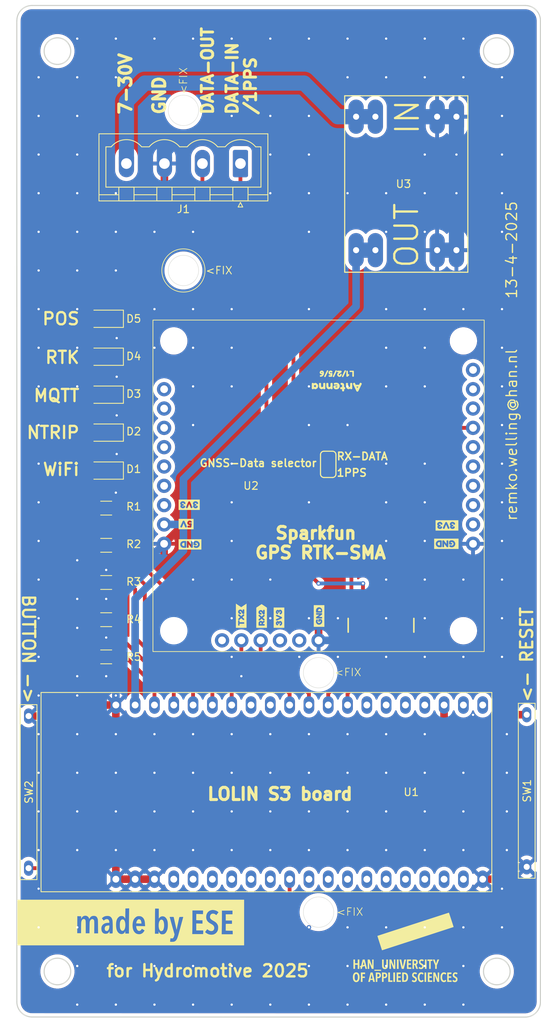
<source format=kicad_pcb>
(kicad_pcb (version 20241229) (generator "pcbnew") (generator_version "9.0")
  (layers (0 "F.Cu" signal) (2 "B.Cu" signal) (13 "F.Paste" user) (15 "B.Paste" user) (5 "F.SilkS" user "F.Silkscreen") (7 "B.SilkS" user "B.Silkscreen") (1 "F.Mask" user) (3 "B.Mask" user) (25 "Edge.Cuts" user))
  (net 0 "")
  (net 3 "/GND")
  (net 5 "Net-(D1-A)")
  (net 9 "Net-(D2-A)")
  (net 10 "Net-(D3-A)")
  (net 11 "Net-(D4-A)")
  (net 14 "Net-(D5-A)")
  (net 18 "/ACQ_TX")
  (net 20 "/5V")
  (net 21 "/7-24V")
  (net 22 "Net-(J1-Pin_1)")
  (net 25 "/LED_WIFI")
  (net 33 "/LED_NTRIP")
  (net 35 "/LED_MQTT")
  (net 45 "/NTRIP_PACKET_LED")
  (net 50 "/MQTT_PACKET_LED")
  (net 53 "/RESET")
  (net 58 "/IO0")
  (net 59 "/GNSS_RTK_TX")
  (net 60 "/ACQ_RX")
  (net 61 "/GNSS_RTK_RX")
  (net 62 "/1PPS")
  (footprint "my-KiCad-library:SparkFun_GNSS_LG290P" (layer "F.Cu") (at 119.38 98.3416 90)
    (property "Reference" "U2")
    (property "Value" "~")
  )
  (footprint "LED_SMD:LED_1206_3216Metric" (layer "F.Cu") (at 90.15 87.447778 180)
    (property "Reference" "D3")
    (property "Value" "GREEN")
  )
  (footprint "my-KiCad-library:BUCK-30V-5V" (layer "F.Cu") (at 129.7686 59.4508 -90)
    (property "Reference" "U3")
    (property "Value" "BUCK-30V-5V")
  )
  (footprint "LED_SMD:LED_1206_3216Metric" (layer "F.Cu") (at 90.15 97.425556 180)
    (property "Reference" "D1")
    (property "Value" "GREEN")
  )
  (footprint "Connector_Phoenix_MSTB:PhoenixContact_MSTBVA_2,5_4-G_1x04_P5.00mm_Vertical" (layer "F.Cu") (at 107.83 57.0625 180)
    (property "Reference" "J1")
    (property "Value" "Screw_Terminal_01x04")
  )
  (footprint "Resistor_SMD:R_1206_3216Metric" (layer "F.Cu") (at 90.17 107.253333)
    (property "Reference" "R2")
    (property "Value" "1K")
  )
  (footprint "Resistor_SMD:R_1206_3216Metric" (layer "F.Cu") (at 90.17 112.142222)
    (property "Reference" "R3")
    (property "Value" "1K")
  )
  (footprint "LED_SMD:LED_1206_3216Metric" (layer "F.Cu") (at 90.15 82.458889 180)
    (property "Reference" "D4")
    (property "Value" "YELLOW")
  )
  (footprint "Resistor_SMD:R_1206_3216Metric" (layer "F.Cu") (at 90.17 117.031111)
    (property "Reference" "R4")
    (property "Value" "1K")
  )
  (footprint "LED_SMD:LED_1206_3216Metric" (layer "F.Cu") (at 90.15 92.436667 180)
    (property "Reference" "D2")
    (property "Value" "GREEN")
  )
  (footprint "my-KiCad-library:Wemos_S3_ESP32-S3" (layer "F.Cu") (at 115.57 139.7 180)
    (property "Reference" "U1")
    (property "Value" "Wemos_S3_ESP32-S3")
  )
  (footprint "my-KiCad-library:HAN_logo_14x19p4" (layer "F.Cu") (at 129.54 160.02)
    (property "Reference" "G***" (hide yes))
    (property "Value" "LOGO" (hide yes))
  )
  (footprint "SparkFun-Jumper:Jumper_3_NC-1_Trace" (layer "F.Cu") (at 119.38 96.609 -90)
    (property "Reference" "JP1")
    (property "Value" "~")
  )
  (footprint "my-KiCad-library:SW_SPST_REED_20mm" (layer "F.Cu") (at 79.9592 139.7 90)
    (property "Reference" "SW2")
    (property "Value" "BUTTON")
  )
  (footprint "my-KiCad-library:SW_SPST_REED_20mm" (layer "F.Cu") (at 145.4912 139.5244 -90)
    (property "Reference" "SW1")
    (property "Value" "RESET")
  )
  (footprint "my-KiCad-library:MadeByESE_30x6" (layer "F.Cu") (at 93.345 156.845)
    (property "Reference" "G***" (hide yes))
    (property "Value" "LOGO" (hide yes))
  )
  (footprint "Resistor_SMD:R_1206_3216Metric" (layer "F.Cu") (at 90.17 121.92)
    (property "Reference" "R5")
    (property "Value" "1K")
  )
  (footprint "LED_SMD:LED_1206_3216Metric" (layer "F.Cu") (at 90.15 77.47 180)
    (property "Reference" "D5")
    (property "Value" "YELLOW")
  )
  (footprint "Resistor_SMD:R_1206_3216Metric" (layer "F.Cu") (at 90.17 102.364444)
    (property "Reference" "R1")
    (property "Value" "1K")
  )
  (gr_circle (center 100.33 71.12) (end 102.87 72.39) (stroke (width 0.1)) (fill no) (layer "F.SilkS"))
  (gr_arc (start 147.296706 167.280406) (mid 146.710906 168.69463) (end 145.296672 169.280406) (stroke (width 0.15)) (layer "Edge.Cuts"))
  (gr_arc (start 80.4164 169.2656) (mid 79.002186 168.679814) (end 78.4164 167.2656) (stroke (width 0.15)) (layer "Edge.Cuts"))
  (gr_circle (center 100.33 50.07) (end 102.33 50.07) (stroke (width 0.05)) (fill no) (layer "Edge.Cuts"))
  (gr_circle (center 118.11 124) (end 120.11 124) (stroke (width 0.05)) (fill no) (layer "Edge.Cuts"))
  (gr_line (start 147.296672 167.280406) (end 147.296672 38.280406) (stroke (width 0.15)) (layer "Edge.Cuts"))
  (gr_circle (center 100.33 71.12) (end 102.33 71.12) (stroke (width 0.05)) (fill no) (layer "Edge.Cuts"))
  (gr_circle (center 141.557 42.280406) (end 143.307 42.280406) (stroke (width 0.15)) (fill no) (layer "Edge.Cuts"))
  (gr_arc (start 78.419044 38.293697) (mid 79.000735 36.864732) (end 80.428624 36.280406) (stroke (width 0.15)) (layer "Edge.Cuts"))
  (gr_arc (start 145.296672 36.280406) (mid 146.710886 36.866192) (end 147.296672 38.280406) (stroke (width 0.15)) (layer "Edge.Cuts"))
  (gr_line (start 80.428624 36.280406) (end 145.288 36.280406) (stroke (width 0.15)) (layer "Edge.Cuts"))
  (gr_circle (center 141.557 163.280406) (end 143.307 163.280406) (stroke (width 0.15)) (fill no) (layer "Edge.Cuts"))
  (gr_line (start 80.4164 169.2656) (end 145.2967 169.280406) (stroke (width 0.15)) (layer "Edge.Cuts"))
  (gr_circle (center 83.757 163.280406) (end 85.507 163.280406) (stroke (width 0.15)) (fill no) (layer "Edge.Cuts"))
  (gr_line (start 78.4098 38.2938) (end 78.4164 167.2656) (stroke (width 0.15)) (layer "Edge.Cuts"))
  (gr_circle (center 118.11 155.48) (end 120.11 155.48) (stroke (width 0.05)) (fill no) (layer "Edge.Cuts"))
  (gr_circle (center 83.757 42.280406) (end 85.507 42.280406) (stroke (width 0.15)) (fill no) (layer "Edge.Cuts"))
  (gr_text "RTK" (at 86.8065 82.55 0) (layer "F.SilkS") (effects (font (size 1.6 1.6) (thickness 0.3) (bold yes)) (justify right)))
  (gr_text "<- RESET" (at 145.491201 128.0244 90) (layer "F.SilkS") (effects (font (size 1.6 1.6) (thickness 0.3) (bold yes)) (justify left)))
  (gr_text "7-30V" (at 92.71 50.8 90) (layer "F.SilkS") (effects (font (size 1.6 1.6) (thickness 0.4) (bold yes)) (justify left)))
  (gr_text "RX-DATA" (at 120.396 96.139 0) (layer "F.SilkS") (effects (font (size 1 1) (thickness 0.2) (bold yes)) (justify left bottom)))
  (gr_text "POS" (at 86.8065 77.47 0) (layer "F.SilkS") (effects (font (size 1.6 1.6) (thickness 0.3) (bold yes)) (justify right)))
  (gr_text "<FIX" (at 100.33 48.006 90) (layer "F.SilkS") (effects (font (size 1 1) (thickness 0.1)) (justify left)))
  (gr_text "13-4-2025" (at 143.51 74.93 90) (layer "F.SilkS") (effects (font (size 1.4 1.4) (thickness 0.175)) (justify left)))
  (gr_text "GNSS-Data selector" (at 102.362 97.028 0) (layer "F.SilkS") (effects (font (size 1 1) (thickness 0.2) (bold yes)) (justify left bottom)))
  (gr_text "<FIX" (at 103.169806 71.12 0) (layer "F.SilkS") (effects (font (size 1 1) (thickness 0.125)) (justify left)))
  (gr_text "<FIX" (at 120.142 123.952 0) (layer "F.SilkS") (effects (font (size 1 1) (thickness 0.1)) (justify left)))
  (gr_text "LOLIN S3 board" (at 113.03 139.954 0) (layer "F.SilkS") (effects (font (size 1.6 1.6) (thickness 0.4) (bold yes))))
  (gr_text "Sparkfun \nGPS RTK-SMA\n" (at 118.364 106.934 0) (layer "F.SilkS") (effects (font (size 1.6 1.6) (thickness 0.4) (bold yes))))
  (gr_text "<FIX" (at 120.396 155.448 0) (layer "F.SilkS") (effects (font (size 1 1) (thickness 0.1)) (justify left)))
  (gr_text "NTRIP" (at 86.8065 92.42425 0) (layer "F.SilkS") (effects (font (size 1.6 1.6) (thickness 0.3) (bold yes)) (justify right)))
  (gr_text "BUTTON ->" (at 79.959201 128.2 270) (layer "F.SilkS") (effects (font (size 1.6 1.6) (thickness 0.3) (bold yes)) (justify right)))
  (gr_text "remko.welling@han.nl" (at 143.51 104.14 90) (layer "F.SilkS") (effects (font (size 1.4 1.4) (thickness 0.175)) (justify left)))
  (gr_text "GND" (at 97.155 50.8 90) (layer "F.SilkS") (effects (font (size 1.6 1.6) (thickness 0.4) (bold yes)) (justify left)))
  (gr_text "MQTT" (at 86.8065 87.5665 0) (layer "F.SilkS") (effects (font (size 1.6 1.6) (thickness 0.3) (bold yes)) (justify right)))
  (gr_text "WiFi" (at 86.8065 97.282 0) (layer "F.SilkS") (effects (font (size 1.6 1.6) (thickness 0.3) (bold yes)) (justify right)))
  (gr_text "1PPS" (at 120.396 98.298 0) (layer "F.SilkS") (effects (font (size 1 1) (thickness 0.2) (bold yes)) (justify left bottom)))
  (gr_text "for Hydromotive 2025" (at 103.505 163.195 0) (layer "F.SilkS") (effects (font (size 1.6 1.6) (thickness 0.32) (bold yes))))
  (gr_text "DATA-IN\n/1PPS" (at 107.95 50.8 90) (layer "F.SilkS") (effects (font (size 1.5 1.5) (thickness 0.375) (bold yes)) (justify left)))
  (gr_text "DATA-OUT" (at 103.505 50.8 90) (layer "F.SilkS") (effects (font (size 1.5 1.5) (thickness 0.375) (bold yes)) (justify left)))
  (segment (start 106.68 86.36) (end 106.68 96.52) (width 1) (layer "F.Cu") (net 3))
  (segment (start 93.98 151.15) (end 96.52 151.15) (width 1) (layer "F.Cu") (net 3))
  (segment (start 91.55 77.47) (end 91.55 80.01) (width 0.5) (layer "F.Cu") (net 3))
  (segment (start 95.25 98.806) (end 95.25 106.045) (width 0.5) (layer "F.Cu") (net 3))
  (segment (start 91.44 142.24) (end 91.44 137.16) (width 1) (layer "F.Cu") (net 3))
  (segment (start 91.55 87.447778) (end 91.55 90.17) (width 0.5) (layer "F.Cu") (net 3))
  (segment (start 91.55 90.17) (end 91.55 92.436667) (width 0.5) (layer "F.Cu") (net 3))
  (segment (start 118.11 119.7506) (end 118.11 115.57) (width 1) (layer "F.Cu") (net 3))
  (segment (start 97.79 109.22) (end 97.79 107.0506) (width 1) (layer "F.Cu") (net 3))
  (segment (start 139.7 151.15) (end 141.8844 151.15) (width 1) (layer "F.Cu") (net 3))
  (segment (start 97.83 61) (end 106.68 69.85) (width 1) (layer "F.Cu") (net 3))
  (segment (start 85.438 129.7) (end 79.9592 129.7) (width 1) (layer "F.Cu") (net 3))
  (segment (start 91.44 128.25) (end 86.888 128.25) (width 1) (layer "F.Cu") (net 3))
  (segment (start 106.68 81.28) (end 106.68 86.36) (width 1) (layer "F.Cu") (net 3))
  (segment (start 91.55 80.01) (end 91.55 82.458889) (width 0.5) (layer "F.Cu") (net 3))
  (segment (start 91.44 137.16) (end 91.44 132.08) (width 1) (layer "F.Cu") (net 3))
  (segment (start 106.68 96.52) (end 106.68 98.1606) (width 1) (layer "F.Cu") (net 3))
  (segment (start 118.11 115.57) (end 116.84 114.3) (width 1) (layer "F.Cu") (net 3))
  (segment (start 143.51 149.5244) (end 145.4912 149.5244) (width 1) (layer "F.Cu") (net 3))
  (segment (start 116.84 114.3) (end 102.87 114.3) (width 1) (layer "F.Cu") (net 3))
  (segment (start 91.44 147.32) (end 91.44 142.24) (width 1) (layer "F.Cu") (net 3))
  (segment (start 141.8844 151.15) (end 143.51 149.5244) (width 1) (layer "F.Cu") (net 3))
  (segment (start 91.55 97.425556) (end 93.869556 97.425556) (width 0.5) (layer "F.Cu") (net 3))
  (segment (start 91.55 85.09) (end 91.55 87.447778) (width 0.5) (layer "F.Cu") (net 3))
  (segment (start 102.87 114.3) (end 97.79 109.22) (width 1) (layer "F.Cu") (net 3))
  (segment (start 106.68 76.2) (end 106.68 81.28) (width 1) (layer "F.Cu") (net 3))
  (segment (start 86.888 128.25) (end 85.438 129.7) (width 1) (layer "F.Cu") (net 3))
  (segment (start 91.44 151.15) (end 91.44 147.32) (width 1) (layer "F.Cu") (net 3))
  (segment (start 91.44 151.15) (end 93.98 151.15) (width 1) (layer "F.Cu") (net 3))
  (segment (start 91.55 97.425556) (end 91.55 95.25) (width 0.5) (layer "F.Cu") (net 3))
  (segment (start 91.55 95.25) (end 91.55 92.436667) (width 0.5) (layer "F.Cu") (net 3))
  (segment (start 97.83 57.0625) (end 97.83 61) (width 1) (layer "F.Cu") (net 3))
  (segment (start 96.2556 107.0506) (end 97.79 107.0506) (width 0.5) (layer "F.Cu") (net 3))
  (segment (start 95.25 106.045) (end 96.2556 107.0506) (width 0.5) (layer "F.Cu") (net 3))
  (segment (start 91.44 132.08) (end 91.44 128.25) (width 1) (layer "F.Cu") (net 3))
  (segment (start 106.68 98.1606) (end 97.79 107.0506) (width 1) (layer "F.Cu") (net 3))
  (segment (start 93.869556 97.425556) (end 95.25 98.806) (width 0.5) (layer "F.Cu") (net 3))
  (segment (start 106.68 69.85) (end 106.68 76.2) (width 1) (layer "F.Cu") (net 3))
  (segment (start 91.55 82.458889) (end 91.55 85.09) (width 0.5) (layer "F.Cu") (net 3))
  (via (at 101.6 86.36) (size 0.6) (drill 0.3) (layers "F.Cu" "B.Cu") (net 3))
  (via (at 86.36 137.16) (size 0.6) (drill 0.3) (layers "F.Cu" "B.Cu") (net 3))
  (via (at 106.68 116.84) (size 0.6) (drill 0.3) (layers "F.Cu" "B.Cu") (net 3))
  (via (at 106.68 121.92) (size 0.6) (drill 0.3) (layers "F.Cu" "B.Cu") (net 3))
  (via (at 127 121.92) (size 0.6) (drill 0.3) (layers "F.Cu" "B.Cu") (net 3))
  (via (at 86.36 118.11) (size 0.6) (drill 0.3) (layers "F.Cu" "B.Cu") (net 3))
  (via (at 81.28 76.2) (size 0.6) (drill 0.3) (layers "F.Cu" "B.Cu") (net 3))
  (via (at 90.17 114.3) (size 0.6) (drill 0.3) (layers "F.Cu" "B.Cu") (net 3))
  (via (at 90.17 119.38) (size 0.6) (drill 0.3) (layers "F.Cu" "B.Cu") (net 3))
  (via (at 86.36 55.88) (size 0.6) (drill 0.3) (layers "F.Cu" "B.Cu") (net 3))
  (via (at 106.68 96.52) (size 0.6) (drill 0.3) (layers "F.Cu" "B.Cu") (net 3))
  (via (at 106.68 132.08) (size 0.6) (drill 0.3) (layers "F.Cu" "B.Cu") (net 3))
  (via (at 127 101.6) (size 0.6) (drill 0.3) (layers "F.Cu" "B.Cu") (net 3))
  (via (at 81.28 81.28) (size 0.6) (drill 0.3) (layers "F.Cu" "B.Cu") (net 3))
  (via (at 137.16 157.48) (size 0.6) (drill 0.3) (layers "F.Cu" "B.Cu") (net 3))
  (via (at 81.28 152.4) (size 0.6) (drill 0.3) (layers "F.Cu" "B.Cu") (net 3))
  (via (at 86.36 147.32) (size 0.6) (drill 0.3) (layers "F.Cu" "B.Cu") (net 3))
  (via (at 127 106.68) (size 0.6) (drill 0.3) (layers "F.Cu" "B.Cu") (net 3))
  (via (at 96.52 167.64) (size 0.6) (drill 0.3) (layers "F.Cu" "B.Cu") (net 3))
  (via (at 111.76 60.96) (size 0.6) (drill 0.3) (layers "F.Cu" "B.Cu") (net 3))
  (via (at 116.84 137.16) (size 0.6) (drill 0.3) (layers "F.Cu" "B.Cu") (net 3))
  (via (at 81.28 132.08) (size 0.6) (drill 0.3) (layers "F.Cu" "B.Cu") (net 3))
  (via (at 116.84 162.56) (size 0.6) (drill 0.3) (layers "F.Cu" "B.Cu") (net 3))
  (via (at 106.68 111.76) (size 0.6) (drill 0.3) (layers "F.Cu" "B.Cu") (net 3))
  (via (at 116.84 91.44) (size 0.6) (drill 0.3) (layers "F.Cu" "B.Cu") (net 3))
  (via (at 132.08 76.2) (size 0.6) (drill 0.3) (layers "F.Cu" "B.Cu") (net 3))
  (via (at 86.36 81.28) (size 0.6) (drill 0.3) (layers "F.Cu" "B.Cu") (net 3))
  (via (at 121.92 167.64) (size 0.6) (drill 0.3) (layers "F.Cu" "B.Cu") (net 3))
  (via (at 137.16 40.64) (size 0.6) (drill 0.3) (layers "F.Cu" "B.Cu") (net 3))
  (via (at 91.44 142.24) (size 0.6) (drill 0.3) (layers "F.Cu" "B.Cu") (net 3))
  (via (at 132.08 147.32) (size 0.6) (drill 0.3) (layers "F.Cu" "B.Cu") (net 3))
  (via (at 101.6 40.64) (size 0.6) (drill 0.3) (layers "F.Cu" "B.Cu") (net 3))
  (via (at 81.28 96.52) (size 0.6) (drill 0.3) (layers "F.Cu" "B.Cu") (net 3))
  (via (at 106.68 86.36) (size 0.6) (drill 0.3) (layers "F.Cu" "B.Cu") (net 3))
  (via (at 86.36 109.22) (size 0.6) (drill 0.3) (layers "F.Cu" "B.Cu") (net 3))
  (via (at 86.36 71.12) (size 0.6) (drill 0.3) (layers "F.Cu" "B.Cu") (net 3))
  (via (at 111.76 147.32) (size 0.6) (drill 0.3) (layers "F.Cu" "B.Cu") (net 3))
  (via (at 120.65 116.84) (size 0.6) (drill 0.3) (layers "F.Cu" "B.Cu") (net 3))
  (via (at 91.44 71.12) (size 0.6) (drill 0.3) (layers "F.Cu" "B.Cu") (net 3))
  (via (at 137.16 142.24) (size 0.6) (drill 0.3) (layers "F.Cu" "B.Cu") (net 3))
  (via (at 132.08 40.64) (size 0.6) (drill 0.3) (layers "F.Cu" "B.Cu") (net 3))
  (via (at 101.6 147.32) (size 0.6) (drill 0.3) (layers "F.Cu" "B.Cu") (net 3))
  (via (at 86.36 114.3) (size 0.6) (drill 0.3) (layers "F.Cu" "B.Cu") (net 3))
  (via (at 142.24 121.92) (size 0.6) (drill 0.3) (layers "F.Cu" "B.Cu") (net 3))
  (via (at 111.76 162.56) (size 0.6) (drill 0.3) (layers "F.Cu" "B.Cu") (net 3))
  (via (at 116.84 86.36) (size 0.6) (drill 0.3) (layers "F.Cu" "B.Cu") (net 3))
  (via (at 121.92 142.24) (size 0.6) (drill 0.3) (layers "F.Cu" "B.Cu") (net 3))
  (via (at 116.84 50.8) (size 0.6) (drill 0.3) (layers "F.Cu" "B.Cu") (net 3))
  (via (at 127 142.24) (size 0.6) (drill 0.3) (layers "F.Cu" "B.Cu") (net 3))
  (via (at 132.08 162.56) (size 0.6) (drill 0.3) (layers "F.Cu" "B.Cu") (net 3))
  (via (at 121.92 45.72) (size 0.6) (drill 0.3) (layers "F.Cu" "B.Cu") (net 3))
  (via (at 111.76 142.24) (size 0.6) (drill 0.3) (layers "F.Cu" "B.Cu") (net 3))
  (via (at 132.08 101.6) (size 0.6) (drill 0.3) (layers "F.Cu" "B.Cu") (net 3))
  (via (at 111.76 111.76) (size 0.6) (drill 0.3) (layers "F.Cu" "B.Cu") (net 3))
  (via (at 81.28 147.32) (size 0.6) (drill 0.3) (layers "F.Cu" "B.Cu") (net 3))
  (via (at 136.2456 55.88) (size 0.6) (drill 0.3) (layers "F.Cu" "B.Cu") (net 3))
  (via (at 91.44 45.72) (size 0.6) (drill 0.3) (layers "F.Cu" "B.Cu") (net 3))
  (via (at 91.44 127) (size 0.6) (drill 0.3) (layers "F.Cu" "B.Cu") (net 3))
  (via (at 111.76 50.8) (size 0.6) (drill 0.3) (layers "F.Cu" "B.Cu") (net 3))
  (via (at 111.76 137.16) (size 0.6) (drill 0.3) (layers "F.Cu" "B.Cu") (net 3))
  (via (at 96.52 132.08) (size 0.6) (drill 0.3) (layers "F.Cu" "B.Cu") (net 3))
  (via (at 137.16 121.92) (size 0.6) (drill 0.3) (layers "F.Cu" "B.Cu") (net 3))
  (via (at 116.84 116.84) (size 0.6) (drill 0.3) (layers "F.Cu" "B.Cu") (net 3))
  (via (at 116.84 142.24) (size 0.6) (drill 0.3) (layers "F.Cu" "B.Cu") (net 3))
  (via (at 86.36 76.2) (size 0.6) (drill 0.3) (layers "F.Cu" "B.Cu") (net 3))
  (via (at 96.52 137.16) (size 0.6) (drill 0.3) (layers "F.Cu" "B.Cu") (net 3))
  (via (at 142.24 50.8) (size 0.6) (drill 0.3) (layers "F.Cu" "B.Cu") (net 3))
  (via (at 121.92 162.56) (size 0.6) (drill 0.3) (layers "F.Cu" "B.Cu") (net 3))
  (via (at 106.68 142.24) (size 0.6) (drill 0.3) (layers "F.Cu" "B.Cu") (net 3))
  (via (at 120.65 121.92) (size 0.6) (drill 0.3) (layers "F.Cu" "B.Cu") (net 3))
  (via (at 121.92 60.96) (size 0.6) (drill 0.3) (layers "F.Cu" "B.Cu") (net 3))
  (via (at 142.875 142.24) (size 0.6) (drill 0.3) (layers "F.Cu" "B.Cu") (net 3))
  (via (at 127 96.52) (size 0.6) (drill 0.3) (layers "F.Cu" "B.Cu") (net 3))
  (via (at 96.52 40.64) (size 0.6) (drill 0.3) (layers "F.Cu" "B.Cu") (net 3))
  (via (at 106.68 81.28) (size 0.6) (drill 0.3) (layers "F.Cu" "B.Cu") (net 3))
  (via (at 91.44 132.08) (size 0.6) (drill 0.3) (layers "F.Cu" "B.Cu") (net 3))
  (via (at 81.28 50.8) (size 0.6) (drill 0.3) (layers "F.Cu" "B.Cu") (net 3))
  (via (at 142.24 96.52) (size 0.6) (drill 0.3) (layers "F.Cu" "B.Cu") (net 3))
  (via (at 90.17 124.46) (size 0.6) (drill 0.3) (layers "F.Cu" "B.Cu") (net 3))
  (via (at 137.16 76.2) (size 0.6) (drill 0.3) (layers "F.Cu" "B.Cu") (net 3))
  (via (at 142.24 86.36) (size 0.6) (drill 0.3) (layers "F.Cu" "B.Cu") (net 3))
  (via (at 127 162.56) (size 0.6) (drill 0.3) (layers "F.Cu" "B.Cu") (net 3))
  (via (at 142.24 106.68) (size 0.6) (drill 0.3) (layers "F.Cu" "B.Cu") (net 3))
  (via (at 132.08 132.08) (size 0.6) (drill 0.3) (layers "F.Cu" "B.Cu") (net 3))
  (via (at 107.95 124.46) (size 0.6) (drill 0.3) (layers "F.Cu" "B.Cu") (net 3))
  (via (at 91.44 167.64) (size 0.6) (drill 0.3) (layers "F.Cu" "B.Cu") (net 3))
  (via (at 121.92 132.08) (size 0.6) (drill 0.3) (layers "F.Cu" "B.Cu") (net 3))
  (via (at 138.43 129.54) (size 0.6) (drill 0.3) (layers "F.Cu" "B.Cu") (net 3))
  (via (at 81.28 101.6) (size 0.6) (drill 0.3) (layers "F.Cu" "B.Cu") (net 3))
  (via (at 116.84 55.88) (size 0.6) (drill 0.3) (layers "F.Cu" "B.Cu") (net 3))
  (via (at 101.6 81.28) (size 0.6) (drill 0.3) (layers "F.Cu" "B.Cu") (net 3))
  (via (at 101.6 142.24) (size 0.6) (drill 0.3) (layers "F.Cu" "B.Cu") (net 3))
  (via (at 115.57 121.92) (size 0.6) (drill 0.3) (layers "F.Cu" "B.Cu") (net 3))
  (via (at 142.24 101.6) (size 0.6) (drill 0.3) (layers "F.Cu" "B.Cu") (net 3))
  (via (at 121.92 147.32) (size 0.6) (drill 0.3) (layers "F.Cu" "B.Cu") (net 3))
  (via (at 90.17 110.49) (size 0.6) (drill 0.3) (layers "F.Cu" "B.Cu") (net 3))
  (via (at 116.84 167.64) (size 0.6) (drill 0.3) (layers "F.Cu" "B.Cu") (net 3))
  (via (at 81.28 86.36) (size 0.6) (drill 0.3) (layers "F.Cu" "B.Cu") (net 3))
  (via (at 111.76 55.88) (size 0.6) (drill 0.3) (layers "F.Cu" "B.Cu") (net 3))
  (via (at 142.24 76.2) (size 0.6) (drill 0.3) (layers "F.Cu" "B.Cu") (net 3))
  (via (at 101.6 111.76) (size 0.6) (drill 0.3) (layers "F.Cu" "B.Cu") (net 3))
  (via (at 132.08 106.68) (size 0.6) (drill 0.3) (layers "F.Cu" "B.Cu") (net 3))
  (via (at 142.875 147.32) (size 0.6) (drill 0.3) (layers "F.Cu" "B.Cu") (net 3))
  (via (at 81.28 137.16) (size 0.6) (drill 0.3) (layers "F.Cu" "B.Cu") (net 3))
  (via (at 136.2456 60.96) (size 0.6) (drill 0.3) (layers "F.Cu" "B.Cu") (net 3))
  (via (at 96.52 162.56) (size 0.6) (drill 0.3) (layers "F.Cu" "B.Cu") (net 3))
  (via (at 127 157.48) (size 0.6) (drill 0.3) (layers "F.Cu" "B.Cu") (net 3))
  (via (at 127 137.16) (size 0.6) (drill 0.3) (layers "F.Cu" "B.Cu") (net 3))
  (via (at 96.52 81.28) (size 0.6) (drill 0.3) (layers "F.Cu" "B.Cu") (net 3))
  (via (at 81.28 55.88) (size 0.6) (drill 0.3) (layers "F.Cu" "B.Cu") (net 3))
  (via (at 101.6 91.44) (size 0.6) (drill 0.3) (layers "F.Cu" "B.Cu") (net 3))
  (via (at 137.16 147.32) (size 0.6) (drill 0.3) (layers "F.Cu" "B.Cu") (net 3))
  (via (at 96.52 66.04) (size 0.6) (drill 0.3) (layers "F.Cu" "B.Cu") (net 3))
  (via (at 132.08 45.72) (size 0.6) (drill 0.3) (layers "F.Cu" "B.Cu") (net 3))
  (via (at 81.28 116.84) (size 0.6) (drill 0.3) (layers "F.Cu" "B.Cu") (net 3))
  (via (at 81.28 66.04) (size 0.6) (drill 0.3) (layers "F.Cu" "B.Cu") (net 3))
  (via (at 101.6 76.2) (size 0.6) (drill 0.3) (layers "F.Cu" "B.Cu") (net 3))
  (via (at 132.08 142.24) (size 0.6) (drill 0.3) (layers "F.Cu" "B.Cu") (net 3))
  (via (at 127 40.64) (size 0.6) (drill 0.3) (layers "F.Cu" "B.Cu") (net 3))
  (via (at 132.08 66.04) (size 0.6) (drill 0.3) (layers "F.Cu" "B.Cu") (net 3))
  (via (at 91.44 162.56) (size 0.6) (drill 0.3) (layers "F.Cu" "B.Cu") (net 3))
  (via (at 142.24 116.84) (size 0.6) (drill 0.3) (layers "F.Cu" "B.Cu") (net 3))
  (via (at 86.36 142.24) (size 0.6) (drill 0.3) (layers "F.Cu" "B.Cu") (net 3))
  (via (at 91.55 80.01) (size 0.6) (drill 0.3) (layers "F.Cu" "B.Cu") (net 3))
  (via (at 101.6 137.16) (size 0.6) (drill 0.3) (layers "F.Cu" "B.Cu") (net 3))
  (via (at 116.84 76.2) (size 0.6) (drill 0.3) (layers "F.Cu" "B.Cu") (net 3))
  (via (at 127 147.32) (size 0.6) (drill 0.3) (layers "F.Cu" "B.Cu") (net 3))
  (via (at 111.76 167.64) (size 0.6) (drill 0.3) (layers "F.Cu" "B.Cu") (net 3))
  (via (at 86.36 40.64) (size 0.6) (drill 0.3) (layers "F.Cu" "B.Cu") (net 3))
  (via (at 106.68 40.64) (size 0.6) (drill 0.3) (layers "F.Cu" "B.Cu") (net 3))
  (via (at 142.24 45.72) (size 0.6) (drill 0.3) (layers "F.Cu" "B.Cu") (net 3))
  (via (at 86.36 162.56) (size 0.6) (drill 0.3) (layers "F.Cu" "B.Cu") (net 3))
  (via (at 121.92 91.44) (size 0.6) (drill 0.3) (layers "F.Cu" "B.Cu") (net 3))
  (via (at 132.08 96.52) (size 0.6) (drill 0.3) (layers "F.Cu" "B.Cu") (net 3))
  (via (at 116.84 157.48) (size 0.6) (drill 0.3) (layers "F.Cu" "B.Cu") (net 3))
  (via (at 127 60.96) (size 0.6) (drill 0.3) (layers "F.Cu" "B.Cu") (net 3))
  (via (at 86.36 127) (size 0.6) (drill 0.3) (layers "F.Cu" "B.Cu") (net 3))
  (via (at 116.84 40.64) (size 0.6) (drill 0.3) (layers "F.Cu" "B.Cu") (net 3))
  (via (at 116.84 101.6) (size 0.6) (drill 0.3) (layers "F.Cu" "B.Cu") (net 3))
  (via (at 137.16 162.56) (size 0.6) (drill 0.3) (layers "F.Cu" "B.Cu") (net 3))
  (via (at 91.44 40.64) (size 0.6) (drill 0.3) (layers "F.Cu" "B.Cu") (net 3))
  (via (at 111.76 40.64) (size 0.6) (drill 0.3) (layers "F.Cu" "B.Cu") (net 3))
  (via (at 91.44 60.96) (size 0.6) (drill 0.3) (layers "F.Cu" "B.Cu") (net 3))
  (via (at 127 81.28) (size 0.6) (drill 0.3) (layers "F.Cu" "B.Cu") (net 3))
  (via (at 81.28 121.92) (size 0.6) (drill 0.3) (layers "F.Cu" "B.Cu") (net 3))
  (via (at 137.16 167.64) (size 0.6) (drill 0.3) (layers "F.Cu" "B.Cu") (net 3))
  (via (at 137.16 45.72) (size 0.6) (drill 0.3) (layers "F.Cu" "B.Cu") (net 3))
  (via (at 106.68 76.2) (size 0.6) (drill 0.3) (layers "F.Cu" "B.Cu") (net 3))
  (via (at 121.92 40.64) (size 0.6) (drill 0.3) (layers "F.Cu" "B.Cu") (net 3))
  (via (at 127 111.76) (size 0.6) (drill 0.3) (layers "F.Cu" "B.Cu") (net 3))
  (via (at 81.28 111.76) (size 0.6) (drill 0.3) (layers "F.Cu" "B.Cu") (net 3))
  (via (at 132.08 157.48) (size 0.6) (drill 0.3) (layers "F.Cu" "B.Cu") (net 3))
  (via (at 142.24 55.88) (size 0.6) (drill 0.3) (layers "F.Cu" "B.Cu") (net 3))
  (via (at 132.08 111.76) (size 0.6) (drill 0.3) (layers "F.Cu" "B.Cu") (net 3))
  (via (at 127 116.84) (size 0.6) (drill 0.3) (layers "F.Cu" "B.Cu") (net 3))
  (via (at 132.08 81.28) (size 0.6) (drill 0.3) (layers "F.Cu" "B.Cu") (net 3))
  (via (at 132.08 116.84) (size 0.6) (drill 0.3) (layers "F.Cu" "B.Cu") (net 3))
  (via (at 101.6 66.04) (size 0.6) (drill 0.3) (layers "F.Cu" "B.Cu") (net 3))
  (via (at 127 45.72) (size 0.6) (drill 0.3) (layers "F.Cu" "B.Cu") (net 3))
  (via (at 106.68 106.68) (size 0.6) (drill 0.3) (layers "F.Cu" "B.Cu") (net 3))
  (via (at 101.6 106.68) (size 0.6) (drill 0.3) (layers "F.Cu" "B.Cu") (net 3))
  (via (at 91.55 85.09) (size 0.6) (drill 0.3) (layers "F.Cu" "B.Cu") (net 3))
  (via (at 86.36 167.64) (size 0.6) (drill 0.3) (layers "F.Cu" "B.Cu") (net 3))
  (via (at 111.76 132.08) (size 0.6) (drill 0.3) (layers "F.Cu" "B.Cu") (net 3))
  (via (at 132.08 86.36) (size 0.6) (drill 0.3) (layers "F.Cu" "B.Cu") (net 3))
  (via (at 127 76.2) (size 0.6) (drill 0.3) (layers "F.Cu" "B.Cu") (net 3))
  (via (at 91.44 66.04) (size 0.6) (drill 0.3) (layers "F.Cu" "B.Cu") (net 3))
  (via (at 142.24 157.48) (size 0.6) (drill 0.3) (layers "F.Cu" "B.Cu") (net 3))
  (via (at 142.24 111.76) (size 0.6) (drill 0.3) (layers "F.Cu" "B.Cu") (net 3))
  (via (at 127 167.64) (size 0.6) (drill 0.3) (layers "F.Cu" "B.Cu") (net 3))
  (via (at 132.08 121.92) (size 0.6) (drill 0.3) (layers "F.Cu" "B.Cu") (net 3))
  (via (at 86.36 132.08) (size 0.6) (drill 0.3) (layers "F.Cu" "B.Cu") (net 3))
  (via (at 96.52 147.32) (size 0.6) (drill 0.3) (layers "F.Cu" "B.Cu") (net 3))
  (via (at 116.84 132.08) (size 0.6) (drill 0.3) (layers "F.Cu" "B.Cu") (net 3))
  (via (at 132.08 55.88) (size 0.6) (drill 0.3) (layers "F.Cu" "B.Cu") (net 3))
  (via (at 106.68 137.16) (size 0.6) (drill 0.3) (layers "F.Cu" "B.Cu") (net 3))
  (via (at 111.76 116.84) (size 0.6) (drill 0.3) (layers "F.Cu" "B.Cu") (net 3))
  (via (at 127 86.36) (size 0.6) (drill 0.3) (layers "F.Cu" "B.Cu") (net 3))
  (via (at 116.84 60.96) (size 0.6) (drill 0.3) (layers "F.Cu" "B.Cu") (net 3))
  (via (at 81.28 45.72) (size 0.6) (drill 0.3) (layers "F.Cu" "B.Cu") (net 3))
  (via (at 106.68 167.64) (size 0.6) (drill 0.3) (layers "F.Cu" "B.Cu") (net 3))
  (via (at 91.44 100.33) (size 0.6) (drill 0.3) (layers "F.Cu" "B.Cu") (net 3))
  (via (at 81.28 127) (size 0.6) (drill 0.3) (layers "F.Cu" "B.Cu") (net 3))
  (via (at 142.24 152.4) (size 0.6) (drill 0.3) (layers "F.Cu" "B.Cu") (net 3))
  (via (at 132.08 60.96) (size 0.6) (drill 0.3) (layers "F.Cu" "B.Cu") (net 3))
  (via (at 106.68 50.8) (size 0.6) (drill 0.3) (layers "F.Cu" "B.Cu") (net 3))
  (via (at 101.6 132.08) (size 0.6) (drill 0.3) (layers "F.Cu" "B.Cu") (net 3))
  (via (at 91.55 90.17) (size 0.6) (drill 0.3) (layers "F.Cu" "B.Cu") (net 3))
  (via (at 121.92 157.48) (size 0.6) (drill 0.3) (layers "F.Cu" "B.Cu") (net 3))
  (via (at 86.36 157.48) (size 0.6) (drill 0.3) (layers "F.Cu" "B.Cu") (net 3))
  (via (at 86.36 124.46) (size 0.6) (drill 0.3) (layers "F.Cu" "B.Cu") (net 3))
  (via (at 81.28 106.68) (size 0.6) (drill 0.3) (layers "F.Cu" "B.Cu") (net 3))
  (via (at 127 66.04) (size 0.6) (drill 0.3) (layers "F.Cu" "B.Cu") (net 3))
  (via (at 101.6 162.56) (size 0.6) (drill 0.3) (layers "F.Cu" "B.Cu") (net 3))
  (via (at 137.16 111.76) (size 0.6) (drill 0.3) (layers "F.Cu" "B.Cu") (net 3))
  (via (at 81.28 91.44) (size 0.6) (drill 0.3) (layers "F.Cu" "B.Cu") (net 3))
  (via (at 106.68 101.6) (size 0.6) (drill 0.3) (layers "F.Cu" "B.Cu") (net 3))
  (via (at 86.36 50.8) (size 0.6) (drill 0.3) (layers "F.Cu" "B.Cu") (net 3))
  (via (at 106.68 162.56) (size 0.6) (drill 0.3) (layers "F.Cu" "B.Cu") (net 3))
  (via (at 81.28 142.24) (size 0.6) (drill 0.3) (layers "F.Cu" "B.Cu") (net 3))
  (via (at 142.24 91.44) (size 0.6) (drill 0.3) (layers "F.Cu" "B.Cu") (net 3))
  (via (at 132.08 167.64) (size 0.6) (drill 0.3) (layers "F.Cu" "B.Cu") (net 3))
  (via (at 91.55 95.25) (size 0.6) (drill 0.3) (layers "F.Cu" "B.Cu") (net 3))
  (via (at 86.36 45.72) (size 0.6) (drill 0.3) (layers "F.Cu" "B.Cu") (net 3))
  (via (at 86.36 66.04) (size 0.6) (drill 0.3) (layers "F.Cu" "B.Cu") (net 3))
  (via (at 96.52 76.2) (size 0.6) (drill 0.3) (layers "F.Cu" "B.Cu") (net 3))
  (via (at 86.36 60.96) (size 0.6) (drill 0.3) (layers "F.Cu" "B.Cu") (net 3))
  (via (at 142.875 137.16) (size 0.6) (drill 0.3) (layers "F.Cu" "B.Cu") (net 3))
  (via (at 142.24 81.28) (size 0.6) (drill 0.3) (layers "F.Cu" "B.Cu") (net 3))
  (via (at 121.92 137.16) (size 0.6) (drill 0.3) (layers "F.Cu" "B.Cu") (net 3))
  (via (at 91.44 137.16) (size 0.6) (drill 0.3) (layers "F.Cu" "B.Cu") (net 3))
  (via (at 81.28 157.48) (size 0.6) (drill 0.3) (layers "F.Cu" "B.Cu") (net 3))
  (via (at 101.6 167.64) (size 0.6) (drill 0.3) (layers "F.Cu" "B.Cu") (net 3))
  (via (at 116.84 66.04) (size 0.6) (drill 0.3) (layers "F.Cu" "B.Cu") (net 3))
  (via (at 142.24 66.04) (size 0.6) (drill 0.3) (layers "F.Cu" "B.Cu") (net 3))
  (via (at 116.84 147.32) (size 0.6) (drill 0.3) (layers "F.Cu" "B.Cu") (net 3))
  (via (at 137.16 137.16) (size 0.6) (drill 0.3) (layers "F.Cu" "B.Cu") (net 3))
  (via (at 142.24 60.96) (size 0.6) (drill 0.3) (layers "F.Cu" "B.Cu") (net 3))
  (via (at 132.08 137.16) (size 0.6) (drill 0.3) (layers "F.Cu" "B.Cu") (net 3))
  (via (at 121.92 86.36) (size 0.6) (drill 0.3) (layers "F.Cu" "B.Cu") (net 3))
  (via (at 81.28 60.96) (size 0.6) (drill 0.3) (layers "F.Cu" "B.Cu") (net 3))
  (via (at 96.52 142.24) (size 0.6) (drill 0.3) (layers "F.Cu" "B.Cu") (net 3))
  (via (at 91.44 147.32) (size 0.6) (drill 0.3) (layers "F.Cu" "B.Cu") (net 3))
  (via (at 81.28 71.12) (size 0.6) (drill 0.3) (layers "F.Cu" "B.Cu") (net 3))
  (via (at 127 132.08) (size 0.6) (drill 0.3) (layers "F.Cu" "B.Cu") (net 3))
  (via (at 142.875 132.08) (size 0.6) (drill 0.3) (layers "F.Cu" "B.Cu") (net 3))
  (via (at 116.84 106.68) (size 0.6) (drill 0.3) (layers "F.Cu" "B.Cu") (net 3))
  (via (at 86.36 86.36) (size 0.6) (drill 0.3) (layers "F.Cu" "B.Cu") (net 3))
  (via (at 106.68 147.32) (size 0.6) (drill 0.3) (layers "F.Cu" "B.Cu") (net 3))
  (segment (start 142.875 147.32) (end 142.875 148.59) (width 1) (layer "B.Cu") (net 3))
  (segment (start 118.872 55.372) (end 126.746 55.372) (width 2) (layer "B.Cu") (net 3))
  (segment (start 143.8094 149.5244) (end 145.4912 149.5244) (width 1) (layer "B.Cu") (net 3))
  (segment (start 126.746 55.372) (end 131.2164 50.9016) (width 2) (layer "B.Cu") (net 3))
  (segment (start 97.83 57.0625) (end 97.83 55.332) (width 2) (layer "B.Cu") (net 3))
  (segment (start 133.7056 50.9016) (end 136.2456 50.9016) (width 2) (layer "B.Cu") (net 3))
  (segment (start 99.568 53.594) (end 117.094 53.594) (width 2) (layer "B.Cu") (net 3))
  (segment (start 133.7056 68.4508) (end 136.2456 68.4508) (width 2) (layer "B.Cu") (net 3))
  (segment (start 136.2456 55.88) (end 136.2456 60.96) (width 2) (layer "B.Cu") (net 3))
  (segment (start 142.875 142.24) (end 142.875 147.32) (width 1) (layer "B.Cu") (net 3))
  (segment (start 128.0056 119.7506) (end 132.08 123.825) (width 1) (layer "B.Cu") (net 3))
  (segment (start 142.875 125.73) (end 142.875 132.08) (width 1) (layer "B.Cu") (net 3))
  (segment (start 91.44 128.25) (end 91.44 127) (width 1) (layer "B.Cu") (net 3))
  (segment (start 142.875 148.59) (end 143.8094 149.5244) (width 1) (layer "B.Cu") (net 3))
  (segment (start 131.2164 50.9016) (end 133.7056 50.9016) (width 2) (layer "B.Cu") (net 3))
  (segment (start 91.44 127) (end 91.44 113.4006) (width 1) (layer "B.Cu") (net 3))
  (segment (start 118.11 119.7506) (end 128.0056 119.7506) (width 1) (layer "B.Cu") (net 3))
  (segment (start 140.97 123.825) (end 142.875 125.73) (width 1) (layer "B.Cu") (net 3))
  (segment (start 142.875 137.16) (end 142.875 142.24) (width 1) (layer "B.Cu") (net 3))
  (segment (start 97.83 55.332) (end 99.568 53.594) (width 2) (layer "B.Cu") (net 3))
  (segment (start 136.2456 50.9016) (end 136.2456 55.88) (width 2) (layer "B.Cu") (net 3))
  (segment (start 142.875 132.08) (end 142.875 137.16) (width 1) (layer "B.Cu") (net 3))
  (segment (start 136.2456 60.96) (end 136.2456 68.4508) (width 2) (layer "B.Cu") (net 3))
  (segment (start 132.08 123.825) (end 140.97 123.825) (width 1) (layer "B.Cu") (net 3))
  (segment (start 117.094 53.594) (end 118.872 55.372) (width 2) (layer "B.Cu") (net 3))
  (segment (start 91.44 113.4006) (end 97.79 107.0506) (width 1) (layer "B.Cu") (net 3))
  (segment (start 88.7075 102.364444) (end 88.7075 97.468056) (width 0.5) (layer "F.Cu") (net 5))
  (segment (start 88.7075 97.468056) (end 88.75 97.425556) (width 0.5) (layer "F.Cu") (net 5))
  (segment (start 86.5525 106.172) (end 86.5525 93.472) (width 0.5) (layer "F.Cu") (net 9))
  (segment (start 87.587833 92.436667) (end 88.75 92.436667) (width 0.5) (layer "F.Cu") (net 9))
  (segment (start 86.5525 93.472) (end 87.587833 92.436667) (width 0.5) (layer "F.Cu") (net 9))
  (segment (start 87.633833 107.253333) (end 86.5525 106.172) (width 0.5) (layer "F.Cu") (net 9))
  (segment (start 88.7075 107.253333) (end 87.633833 107.253333) (width 0.5) (layer "F.Cu") (net 9))
  (segment (start 85.2825 89.535) (end 87.369722 87.447778) (width 0.5) (layer "F.Cu") (net 10))
  (segment (start 87.633222 112.142222) (end 85.2825 109.7915) (width 0.5) (layer "F.Cu") (net 10))
  (segment (start 88.7075 112.142222) (end 87.633222 112.142222) (width 0.5) (layer "F.Cu") (net 10))
  (segment (start 85.2825 109.7915) (end 85.2825 89.535) (width 0.5) (layer "F.Cu") (net 10))
  (segment (start 87.369722 87.447778) (end 88.75 87.447778) (width 0.5) (layer "F.Cu") (net 10))
  (segment (start 84.0125 85.725) (end 87.278611 82.458889) (width 0.5) (layer "F.Cu") (net 11))
  (segment (start 88.7075 117.031111) (end 87.378611 117.031111) (width 0.5) (layer "F.Cu") (net 11))
  (segment (start 87.378611 117.031111) (end 84.0125 113.665) (width 0.5) (layer "F.Cu") (net 11))
  (segment (start 84.0125 113.665) (end 84.0125 85.725) (width 0.5) (layer "F.Cu") (net 11))
  (segment (start 87.278611 82.458889) (end 88.75 82.458889) (width 0.5) (layer "F.Cu") (net 11))
  (segment (start 82.7425 82.55) (end 87.8225 77.47) (width 0.5) (layer "F.Cu") (net 14))
  (segment (start 88.7075 121.92) (end 87.1875 121.92) (width 0.5) (layer "F.Cu") (net 14))
  (segment (start 87.1875 121.92) (end 82.7425 117.475) (width 0.5) (layer "F.Cu") (net 14))
  (segment (start 82.7425 117.475) (end 82.7425 82.55) (width 0.5) (layer "F.Cu") (net 14))
  (segment (start 87.8225 77.47) (end 88.75 77.47) (width 0.5) (layer "F.Cu") (net 14))
  (segment (start 102.83 57.0625) (end 102.83 61.682) (width 0.5) (layer "F.Cu") (net 18))
  (segment (start 123.952 124.714) (end 123.952 112.268) (width 0.5) (layer "F.Cu") (net 18))
  (segment (start 109.474 68.326) (end 111.252 70.104) (width 0.5) (layer "F.Cu") (net 18))
  (segment (start 121.92 128.25) (end 121.92 126.746) (width 0.5) (layer "F.Cu") (net 18))
  (segment (start 111.252 105.41) (end 118.11 112.268) (width 0.5) (layer "F.Cu") (net 18))
  (segment (start 111.252 103.378) (end 111.252 105.41) (width 0.5) (layer "F.Cu") (net 18))
  (segment (start 121.92 126.746) (end 123.952 124.714) (width 0.5) (layer "F.Cu") (net 18))
  (segment (start 102.83 61.682) (end 109.474 68.326) (width 0.5) (layer "F.Cu") (net 18))
  (segment (start 111.252 70.104) (end 111.252 103.378) (width 0.5) (layer "F.Cu") (net 18))
  (via (at 123.952 112.268) (size 0.6) (drill 0.3) (layers "F.Cu" "B.Cu") (net 18))
  (via (at 118.11 112.268) (size 0.6) (drill 0.3) (layers "F.Cu" "B.Cu") (net 18))
  (segment (start 118.11 112.268) (end 123.952 112.268) (width 0.5) (layer "B.Cu") (net 18))
  (segment (start 100.33 107.95) (end 93.98 114.3) (width 1) (layer "B.Cu") (net 20))
  (segment (start 97.79 104.5106) (end 100.33 104.5106) (width 1) (layer "B.Cu") (net 20))
  (segment (start 93.98 114.3) (end 93.98 128.25) (width 1) (layer "B.Cu") (net 20))
  (segment (start 123.0456 75.8364) (end 123.0456 68.4508) (width 1) (layer "B.Cu") (net 20))
  (segment (start 100.33 104.5106) (end 100.33 98.552) (width 1) (layer "B.Cu") (net 20))
  (segment (start 100.33 98.552) (end 123.0456 75.8364) (width 1) (layer "B.Cu") (net 20))
  (segment (start 100.33 104.5106) (end 100.33 107.95) (width 1) (layer "B.Cu") (net 20))
  (segment (start 125.5856 68.4508) (end 123.0456 68.4508) (width 2) (layer "B.Cu") (net 20))
  (segment (start 92.83 57.0625) (end 92.83 48.902) (width 2) (layer "B.Cu") (net 21))
  (segment (start 92.83 48.902) (end 95.25 46.482) (width 2) (layer "B.Cu") (net 21))
  (segment (start 116.205 46.482) (end 120.6246 50.9016) (width 2) (layer "B.Cu") (net 21))
  (segment (start 123.0456 50.9016) (end 125.5856 50.9016) (width 2) (layer "B.Cu") (net 21))
  (segment (start 120.6246 50.9016) (end 123.0456 50.9016) (width 2) (layer "B.Cu") (net 21))
  (segment (start 95.25 46.482) (end 116.205 46.482) (width 2) (layer "B.Cu") (net 21))
  (segment (start 114.808 94.234) (end 117.183 96.609) (width 0.5) (layer "F.Cu") (net 22))
  (segment (start 107.83 61.602) (end 114.808 68.58) (width 0.5) (layer "F.Cu") (net 22))
  (segment (start 117.183 96.609) (end 119.38 96.609) (width 0.5) (layer "F.Cu") (net 22))
  (segment (start 114.808 68.58) (end 114.808 94.234) (width 0.5) (layer "F.Cu") (net 22))
  (segment (start 107.83 57.0625) (end 107.83 61.602) (width 0.5) (layer "F.Cu") (net 22))
  (segment (start 93.98 108.966) (end 93.98 103.505) (width 0.5) (layer "F.Cu") (net 25))
  (segment (start 106.68 125.984) (end 102.108 121.412) (width 0.5) (layer "F.Cu") (net 25))
  (segment (start 102.108 121.412) (end 102.108 117.094) (width 0.5) (layer "F.Cu") (net 25))
  (segment (start 93.98 103.505) (end 92.839444 102.364444) (width 0.5) (layer "F.Cu") (net 25))
  (segment (start 92.839444 102.364444) (end 91.6325 102.364444) (width 0.5) (layer "F.Cu") (net 25))
  (segment (start 106.68 128.25) (end 106.68 125.984) (width 0.5) (layer "F.Cu") (net 25))
  (segment (start 102.108 117.094) (end 93.98 108.966) (width 0.5) (layer "F.Cu") (net 25))
  (segment (start 101.092 122.428) (end 98.933 122.428) (width 0.5) (layer "F.Cu") (net 33))
  (segment (start 91.6325 108.3925) (end 91.6325 107.253333) (width 0.5) (layer "F.Cu") (net 33))
  (segment (start 95.25 112.395) (end 91.44 108.585) (width 0.5) (layer "F.Cu") (net 33))
  (segment (start 98.933 122.428) (end 95.25 118.745) (width 0.5) (layer "F.Cu") (net 33))
  (segment (start 104.14 125.476) (end 101.092 122.428) (width 0.5) (layer "F.Cu") (net 33))
  (segment (start 91.44 108.585) (end 91.6325 108.3925) (width 0.5) (layer "F.Cu") (net 33))
  (segment (start 95.25 118.745) (end 95.25 112.395) (width 0.5) (layer "F.Cu") (net 33))
  (segment (start 104.14 128.25) (end 104.14 125.476) (width 0.5) (layer "F.Cu") (net 33))
  (segment (start 93.98 119.38) (end 98.298 123.698) (width 0.5) (layer "F.Cu") (net 35))
  (segment (start 93.092222 112.142222) (end 93.98 113.03) (width 0.5) (layer "F.Cu") (net 35))
  (segment (start 93.98 113.03) (end 93.98 119.38) (width 0.5) (layer "F.Cu") (net 35))
  (segment (start 101.6 124.968) (end 101.6 128.25) (width 0.5) (layer "F.Cu") (net 35))
  (segment (start 98.298 123.698) (end 100.33 123.698) (width 0.5) (layer "F.Cu") (net 35))
  (segment (start 100.33 123.698) (end 101.6 124.968) (width 0.5) (layer "F.Cu") (net 35))
  (segment (start 91.6325 112.142222) (end 93.092222 112.142222) (width 0.5) (layer "F.Cu") (net 35))
  (segment (start 91.6325 117.031111) (end 91.6325 118.9375) (width 0.5) (layer "F.Cu") (net 45))
  (segment (start 91.6325 118.9375) (end 99.06 126.365) (width 0.5) (layer "F.Cu") (net 45))
  (segment (start 99.06 126.365) (end 99.06 128.25) (width 0.5) (layer "F.Cu") (net 45))
  (segment (start 96.52 128.25) (end 96.52 125.73) (width 0.5) (layer "F.Cu") (net 50))
  (segment (start 92.71 121.92) (end 91.6325 121.92) (width 0.5) (layer "F.Cu") (net 50))
  (segment (start 96.52 125.73) (end 92.71 121.92) (width 0.5) (layer "F.Cu") (net 50))
  (segment (start 134.62 128.25) (end 134.62 129.921) (width 1) (layer "F.Cu") (net 53))
  (segment (start 143.6526 129.5244) (end 145.4912 129.5244) (width 1) (layer "F.Cu") (net 53))
  (segment (start 136.144 131.445) (end 141.732 131.445) (width 1) (layer "F.Cu") (net 53))
  (segment (start 134.62 129.921) (end 136.144 131.445) (width 1) (layer "F.Cu") (net 53))
  (segment (start 141.732 131.445) (end 143.6526 129.5244) (width 1) (layer "F.Cu") (net 53))
  (segment (start 91.44 156.845) (end 112.395 156.845) (width 0.5) (layer "F.Cu") (net 58))
  (segment (start 84.295 149.7) (end 91.44 156.845) (width 0.5) (layer "F.Cu") (net 58))
  (segment (start 79.9592 149.7) (end 84.295 149.7) (width 0.5) (layer "F.Cu") (net 58))
  (segment (start 112.395 156.845) (end 114.3 154.94) (width 0.5) (layer "F.Cu") (net 58))
  (segment (start 114.3 154.94) (end 114.3 151.15) (width 0.5) (layer "F.Cu") (net 58))
  (segment (start 110.49 121.412) (end 112.522 123.444) (width 0.5) (layer "F.Cu") (net 59))
  (segment (start 110.49 119.7506) (end 110.49 121.412) (width 0.5) (layer "F.Cu") (net 59))
  (segment (start 112.522 123.444) (end 113.538 123.444) (width 0.5) (layer "F.Cu") (net 59))
  (segment (start 113.538 123.444) (end 116.84 126.746) (width 0.5) (layer "F.Cu") (net 59))
  (segment (start 116.84 126.746) (end 116.84 128.25) (width 0.5) (layer "F.Cu") (net 59))
  (segment (start 119.38 126.746) (end 119.38 128.25) (width 0.5) (layer "F.Cu") (net 60))
  (segment (start 121.0184 97.6504) (end 122.428 99.06) (width 0.5) (layer "F.Cu") (net 60))
  (segment (start 121.0184 97.6504) (end 119.38 97.6504) (width 0.5) (layer "F.Cu") (net 60))
  (segment (start 122.428 99.06) (end 122.428 123.698) (width 0.5) (layer "F.Cu") (net 60))
  (segment (start 122.428 123.698) (end 119.38 126.746) (width 0.5) (layer "F.Cu") (net 60))
  (segment (start 114.3 128.25) (end 114.3 126.746) (width 0.5) (layer "F.Cu") (net 61))
  (segment (start 107.95 121.666) (end 107.95 119.7506) (width 0.5) (layer "F.Cu") (net 61))
  (segment (start 110.998 124.714) (end 107.95 121.666) (width 0.5) (layer "F.Cu") (net 61))
  (segment (start 114.3 126.746) (end 112.268 124.714) (width 0.5) (layer "F.Cu") (net 61))
  (segment (start 112.268 124.714) (end 110.998 124.714) (width 0.5) (layer "F.Cu") (net 61))
  (segment (start 123.8884 95.5676) (end 127.6454 91.8106) (width 0.5) (layer "F.Cu") (net 62))
  (segment (start 123.8884 95.5676) (end 119.38 95.5676) (width 0.5) (layer "F.Cu") (net 62))
  (segment (start 127.6454 91.8106) (end 138.43 91.8106) (width 0.5) (layer "F.Cu") (net 62))
  (zone (net 3) (net_name "/GND") (layers "F.Cu" "B.Cu") (connect_pads (clearance 0.5)) (min_thickness 0.25) (fill yes (thermal_gap 0.5) (thermal_bridge_width 0.5))
    (polygon (pts (xy 76.2 170.18) (xy 147.32 170.18) (xy 147.32 35.56) (xy 76.2 35.56)))
  )
)
</source>
